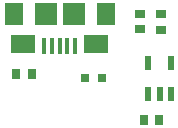
<source format=gtp>
G75*
%MOIN*%
%OFA0B0*%
%FSLAX24Y24*%
%IPPOS*%
%LPD*%
%AMOC8*
5,1,8,0,0,1.08239X$1,22.5*
%
%ADD10R,0.0315X0.0315*%
%ADD11R,0.0354X0.0276*%
%ADD12R,0.0217X0.0472*%
%ADD13R,0.0276X0.0354*%
%ADD14R,0.0827X0.0630*%
%ADD15R,0.0157X0.0531*%
%ADD16R,0.0748X0.0748*%
%ADD17R,0.0630X0.0748*%
D10*
X004815Y004685D03*
X005406Y004685D03*
D11*
X006654Y006307D03*
X006654Y006819D03*
X007355Y006804D03*
X007355Y006292D03*
D12*
X007689Y005170D03*
X006941Y005170D03*
X006941Y004146D03*
X007315Y004146D03*
X007689Y004146D03*
D13*
X007292Y003288D03*
X006780Y003288D03*
X003048Y004815D03*
X002536Y004815D03*
D14*
X002768Y005804D03*
X005209Y005804D03*
D15*
X004500Y005754D03*
X004244Y005754D03*
X003989Y005754D03*
X003733Y005754D03*
X003477Y005754D03*
D16*
X003516Y006807D03*
X004461Y006807D03*
D17*
X005524Y006807D03*
X002453Y006807D03*
M02*

</source>
